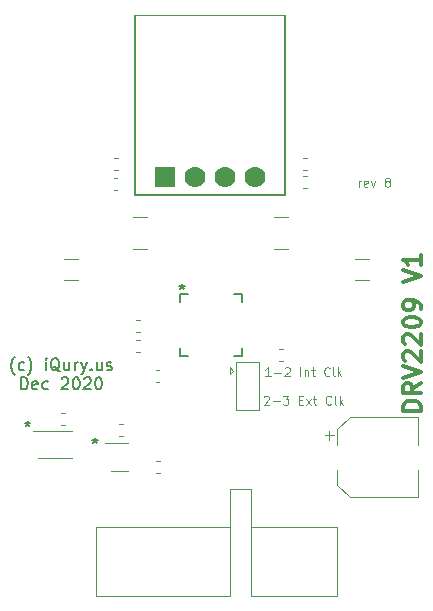
<source format=gto>
G04 #@! TF.GenerationSoftware,KiCad,Pcbnew,5.99.0-unknown-9aa2d7e101~106~ubuntu20.04.1*
G04 #@! TF.CreationDate,2020-12-31T18:47:36-08:00*
G04 #@! TF.ProjectId,TMC2209_Driver,544d4332-3230-4395-9f44-72697665722e,rev?*
G04 #@! TF.SameCoordinates,PX67f3540PY6cb8080*
G04 #@! TF.FileFunction,Legend,Top*
G04 #@! TF.FilePolarity,Positive*
%FSLAX46Y46*%
G04 Gerber Fmt 4.6, Leading zero omitted, Abs format (unit mm)*
G04 Created by KiCad (PCBNEW 5.99.0-unknown-9aa2d7e101~106~ubuntu20.04.1) date 2020-12-31 18:47:36*
%MOMM*%
%LPD*%
G01*
G04 APERTURE LIST*
%ADD10C,0.300000*%
%ADD11C,0.150000*%
%ADD12C,0.100000*%
%ADD13C,0.120000*%
%ADD14C,0.152400*%
%ADD15R,1.778000X1.778000*%
%ADD16C,1.778000*%
G04 APERTURE END LIST*
D10*
X35428571Y15678572D02*
X33928571Y15678572D01*
X33928571Y16035715D01*
X34000000Y16250000D01*
X34142857Y16392858D01*
X34285714Y16464286D01*
X34571428Y16535715D01*
X34785714Y16535715D01*
X35071428Y16464286D01*
X35214285Y16392858D01*
X35357142Y16250000D01*
X35428571Y16035715D01*
X35428571Y15678572D01*
X35428571Y18035715D02*
X34714285Y17535715D01*
X35428571Y17178572D02*
X33928571Y17178572D01*
X33928571Y17750000D01*
X34000000Y17892858D01*
X34071428Y17964286D01*
X34214285Y18035715D01*
X34428571Y18035715D01*
X34571428Y17964286D01*
X34642857Y17892858D01*
X34714285Y17750000D01*
X34714285Y17178572D01*
X33928571Y18464286D02*
X35428571Y18964286D01*
X33928571Y19464286D01*
X34071428Y19892858D02*
X34000000Y19964286D01*
X33928571Y20107143D01*
X33928571Y20464286D01*
X34000000Y20607143D01*
X34071428Y20678572D01*
X34214285Y20750000D01*
X34357142Y20750000D01*
X34571428Y20678572D01*
X35428571Y19821429D01*
X35428571Y20750000D01*
X34071428Y21321429D02*
X34000000Y21392858D01*
X33928571Y21535715D01*
X33928571Y21892858D01*
X34000000Y22035715D01*
X34071428Y22107143D01*
X34214285Y22178572D01*
X34357142Y22178572D01*
X34571428Y22107143D01*
X35428571Y21250000D01*
X35428571Y22178572D01*
X33928571Y23107143D02*
X33928571Y23250000D01*
X34000000Y23392858D01*
X34071428Y23464286D01*
X34214285Y23535715D01*
X34500000Y23607143D01*
X34857142Y23607143D01*
X35142857Y23535715D01*
X35285714Y23464286D01*
X35357142Y23392858D01*
X35428571Y23250000D01*
X35428571Y23107143D01*
X35357142Y22964286D01*
X35285714Y22892858D01*
X35142857Y22821429D01*
X34857142Y22750000D01*
X34500000Y22750000D01*
X34214285Y22821429D01*
X34071428Y22892858D01*
X34000000Y22964286D01*
X33928571Y23107143D01*
X35428571Y24321429D02*
X35428571Y24607143D01*
X35357142Y24750000D01*
X35285714Y24821429D01*
X35071428Y24964286D01*
X34785714Y25035715D01*
X34214285Y25035715D01*
X34071428Y24964286D01*
X34000000Y24892858D01*
X33928571Y24750000D01*
X33928571Y24464286D01*
X34000000Y24321429D01*
X34071428Y24250000D01*
X34214285Y24178572D01*
X34571428Y24178572D01*
X34714285Y24250000D01*
X34785714Y24321429D01*
X34857142Y24464286D01*
X34857142Y24750000D01*
X34785714Y24892858D01*
X34714285Y24964286D01*
X34571428Y25035715D01*
X33928571Y26607143D02*
X35428571Y27107143D01*
X33928571Y27607143D01*
X35428571Y28892858D02*
X35428571Y28035715D01*
X35428571Y28464286D02*
X33928571Y28464286D01*
X34142857Y28321429D01*
X34285714Y28178572D01*
X34357142Y28035715D01*
D11*
X7840000Y13354020D02*
X7840000Y13115924D01*
X7601904Y13211162D02*
X7840000Y13115924D01*
X8078095Y13211162D01*
X7697142Y12925448D02*
X7840000Y13115924D01*
X7982857Y12925448D01*
D12*
X30196428Y34660715D02*
X30196428Y35160715D01*
X30196428Y35017858D02*
X30232142Y35089286D01*
X30267857Y35125000D01*
X30339285Y35160715D01*
X30410714Y35160715D01*
X30946428Y34696429D02*
X30875000Y34660715D01*
X30732142Y34660715D01*
X30660714Y34696429D01*
X30625000Y34767858D01*
X30625000Y35053572D01*
X30660714Y35125000D01*
X30732142Y35160715D01*
X30875000Y35160715D01*
X30946428Y35125000D01*
X30982142Y35053572D01*
X30982142Y34982143D01*
X30625000Y34910715D01*
X31232142Y35160715D02*
X31410714Y34660715D01*
X31589285Y35160715D01*
X32553571Y35089286D02*
X32482142Y35125000D01*
X32446428Y35160715D01*
X32410714Y35232143D01*
X32410714Y35267858D01*
X32446428Y35339286D01*
X32482142Y35375000D01*
X32553571Y35410715D01*
X32696428Y35410715D01*
X32767857Y35375000D01*
X32803571Y35339286D01*
X32839285Y35267858D01*
X32839285Y35232143D01*
X32803571Y35160715D01*
X32767857Y35125000D01*
X32696428Y35089286D01*
X32553571Y35089286D01*
X32482142Y35053572D01*
X32446428Y35017858D01*
X32410714Y34946429D01*
X32410714Y34803572D01*
X32446428Y34732143D01*
X32482142Y34696429D01*
X32553571Y34660715D01*
X32696428Y34660715D01*
X32767857Y34696429D01*
X32803571Y34732143D01*
X32839285Y34803572D01*
X32839285Y34946429D01*
X32803571Y35017858D01*
X32767857Y35053572D01*
X32696428Y35089286D01*
D11*
X2150400Y14801820D02*
X2150400Y14563724D01*
X1912304Y14658962D02*
X2150400Y14563724D01*
X2388495Y14658962D01*
X2007542Y14373248D02*
X2150400Y14563724D01*
X2293257Y14373248D01*
X1042819Y18721667D02*
X995200Y18769286D01*
X899961Y18912143D01*
X852342Y19007381D01*
X804723Y19150239D01*
X757104Y19388334D01*
X757104Y19578810D01*
X804723Y19816905D01*
X852342Y19959762D01*
X899961Y20055000D01*
X995200Y20197858D01*
X1042819Y20245477D01*
X1852342Y19150239D02*
X1757104Y19102620D01*
X1566628Y19102620D01*
X1471390Y19150239D01*
X1423771Y19197858D01*
X1376152Y19293096D01*
X1376152Y19578810D01*
X1423771Y19674048D01*
X1471390Y19721667D01*
X1566628Y19769286D01*
X1757104Y19769286D01*
X1852342Y19721667D01*
X2185676Y18721667D02*
X2233295Y18769286D01*
X2328533Y18912143D01*
X2376152Y19007381D01*
X2423771Y19150239D01*
X2471390Y19388334D01*
X2471390Y19578810D01*
X2423771Y19816905D01*
X2376152Y19959762D01*
X2328533Y20055000D01*
X2233295Y20197858D01*
X2185676Y20245477D01*
X3709485Y19102620D02*
X3709485Y19769286D01*
X3709485Y20102620D02*
X3661866Y20055000D01*
X3709485Y20007381D01*
X3757104Y20055000D01*
X3709485Y20102620D01*
X3709485Y20007381D01*
X4852342Y19007381D02*
X4757104Y19055000D01*
X4661866Y19150239D01*
X4519009Y19293096D01*
X4423771Y19340715D01*
X4328533Y19340715D01*
X4376152Y19102620D02*
X4280914Y19150239D01*
X4185676Y19245477D01*
X4138057Y19435953D01*
X4138057Y19769286D01*
X4185676Y19959762D01*
X4280914Y20055000D01*
X4376152Y20102620D01*
X4566628Y20102620D01*
X4661866Y20055000D01*
X4757104Y19959762D01*
X4804723Y19769286D01*
X4804723Y19435953D01*
X4757104Y19245477D01*
X4661866Y19150239D01*
X4566628Y19102620D01*
X4376152Y19102620D01*
X5661866Y19769286D02*
X5661866Y19102620D01*
X5233295Y19769286D02*
X5233295Y19245477D01*
X5280914Y19150239D01*
X5376152Y19102620D01*
X5519009Y19102620D01*
X5614247Y19150239D01*
X5661866Y19197858D01*
X6138057Y19102620D02*
X6138057Y19769286D01*
X6138057Y19578810D02*
X6185676Y19674048D01*
X6233295Y19721667D01*
X6328533Y19769286D01*
X6423771Y19769286D01*
X6661866Y19769286D02*
X6899961Y19102620D01*
X7138057Y19769286D02*
X6899961Y19102620D01*
X6804723Y18864524D01*
X6757104Y18816905D01*
X6661866Y18769286D01*
X7519009Y19197858D02*
X7566628Y19150239D01*
X7519009Y19102620D01*
X7471390Y19150239D01*
X7519009Y19197858D01*
X7519009Y19102620D01*
X8423771Y19769286D02*
X8423771Y19102620D01*
X7995200Y19769286D02*
X7995200Y19245477D01*
X8042819Y19150239D01*
X8138057Y19102620D01*
X8280914Y19102620D01*
X8376152Y19150239D01*
X8423771Y19197858D01*
X8852342Y19150239D02*
X8947580Y19102620D01*
X9138057Y19102620D01*
X9233295Y19150239D01*
X9280914Y19245477D01*
X9280914Y19293096D01*
X9233295Y19388334D01*
X9138057Y19435953D01*
X8995200Y19435953D01*
X8899961Y19483572D01*
X8852342Y19578810D01*
X8852342Y19626429D01*
X8899961Y19721667D01*
X8995200Y19769286D01*
X9138057Y19769286D01*
X9233295Y19721667D01*
X1590438Y17492620D02*
X1590438Y18492620D01*
X1828533Y18492620D01*
X1971390Y18445000D01*
X2066628Y18349762D01*
X2114247Y18254524D01*
X2161866Y18064048D01*
X2161866Y17921191D01*
X2114247Y17730715D01*
X2066628Y17635477D01*
X1971390Y17540239D01*
X1828533Y17492620D01*
X1590438Y17492620D01*
X2971390Y17540239D02*
X2876152Y17492620D01*
X2685676Y17492620D01*
X2590438Y17540239D01*
X2542819Y17635477D01*
X2542819Y18016429D01*
X2590438Y18111667D01*
X2685676Y18159286D01*
X2876152Y18159286D01*
X2971390Y18111667D01*
X3019009Y18016429D01*
X3019009Y17921191D01*
X2542819Y17825953D01*
X3876152Y17540239D02*
X3780914Y17492620D01*
X3590438Y17492620D01*
X3495200Y17540239D01*
X3447580Y17587858D01*
X3399961Y17683096D01*
X3399961Y17968810D01*
X3447580Y18064048D01*
X3495200Y18111667D01*
X3590438Y18159286D01*
X3780914Y18159286D01*
X3876152Y18111667D01*
X5019009Y18397381D02*
X5066628Y18445000D01*
X5161866Y18492620D01*
X5399961Y18492620D01*
X5495200Y18445000D01*
X5542819Y18397381D01*
X5590438Y18302143D01*
X5590438Y18206905D01*
X5542819Y18064048D01*
X4971390Y17492620D01*
X5590438Y17492620D01*
X6209485Y18492620D02*
X6304723Y18492620D01*
X6399961Y18445000D01*
X6447580Y18397381D01*
X6495200Y18302143D01*
X6542819Y18111667D01*
X6542819Y17873572D01*
X6495200Y17683096D01*
X6447580Y17587858D01*
X6399961Y17540239D01*
X6304723Y17492620D01*
X6209485Y17492620D01*
X6114247Y17540239D01*
X6066628Y17587858D01*
X6019009Y17683096D01*
X5971390Y17873572D01*
X5971390Y18111667D01*
X6019009Y18302143D01*
X6066628Y18397381D01*
X6114247Y18445000D01*
X6209485Y18492620D01*
X6923771Y18397381D02*
X6971390Y18445000D01*
X7066628Y18492620D01*
X7304723Y18492620D01*
X7399961Y18445000D01*
X7447580Y18397381D01*
X7495200Y18302143D01*
X7495200Y18206905D01*
X7447580Y18064048D01*
X6876152Y17492620D01*
X7495200Y17492620D01*
X8114247Y18492620D02*
X8209485Y18492620D01*
X8304723Y18445000D01*
X8352342Y18397381D01*
X8399961Y18302143D01*
X8447580Y18111667D01*
X8447580Y17873572D01*
X8399961Y17683096D01*
X8352342Y17587858D01*
X8304723Y17540239D01*
X8209485Y17492620D01*
X8114247Y17492620D01*
X8019009Y17540239D01*
X7971390Y17587858D01*
X7923771Y17683096D01*
X7876152Y17873572D01*
X7876152Y18111667D01*
X7923771Y18302143D01*
X7971390Y18397381D01*
X8019009Y18445000D01*
X8114247Y18492620D01*
D12*
X22714285Y18618215D02*
X22285714Y18618215D01*
X22500000Y18618215D02*
X22500000Y19368215D01*
X22428571Y19261072D01*
X22357142Y19189643D01*
X22285714Y19153929D01*
X23035714Y18903929D02*
X23607142Y18903929D01*
X23928571Y19296786D02*
X23964285Y19332500D01*
X24035714Y19368215D01*
X24214285Y19368215D01*
X24285714Y19332500D01*
X24321428Y19296786D01*
X24357142Y19225358D01*
X24357142Y19153929D01*
X24321428Y19046786D01*
X23892857Y18618215D01*
X24357142Y18618215D01*
X25250000Y18618215D02*
X25250000Y19368215D01*
X25607142Y19118215D02*
X25607142Y18618215D01*
X25607142Y19046786D02*
X25642857Y19082500D01*
X25714285Y19118215D01*
X25821428Y19118215D01*
X25892857Y19082500D01*
X25928571Y19011072D01*
X25928571Y18618215D01*
X26178571Y19118215D02*
X26464285Y19118215D01*
X26285714Y19368215D02*
X26285714Y18725358D01*
X26321428Y18653929D01*
X26392857Y18618215D01*
X26464285Y18618215D01*
X27714285Y18689643D02*
X27678571Y18653929D01*
X27571428Y18618215D01*
X27500000Y18618215D01*
X27392857Y18653929D01*
X27321428Y18725358D01*
X27285714Y18796786D01*
X27250000Y18939643D01*
X27250000Y19046786D01*
X27285714Y19189643D01*
X27321428Y19261072D01*
X27392857Y19332500D01*
X27500000Y19368215D01*
X27571428Y19368215D01*
X27678571Y19332500D01*
X27714285Y19296786D01*
X28142857Y18618215D02*
X28071428Y18653929D01*
X28035714Y18725358D01*
X28035714Y19368215D01*
X28428571Y18618215D02*
X28428571Y19368215D01*
X28500000Y18903929D02*
X28714285Y18618215D01*
X28714285Y19118215D02*
X28428571Y18832500D01*
X22160714Y16881786D02*
X22196428Y16917500D01*
X22267857Y16953215D01*
X22446428Y16953215D01*
X22517857Y16917500D01*
X22553571Y16881786D01*
X22589285Y16810358D01*
X22589285Y16738929D01*
X22553571Y16631786D01*
X22125000Y16203215D01*
X22589285Y16203215D01*
X22910714Y16488929D02*
X23482142Y16488929D01*
X23767857Y16953215D02*
X24232142Y16953215D01*
X23982142Y16667500D01*
X24089285Y16667500D01*
X24160714Y16631786D01*
X24196428Y16596072D01*
X24232142Y16524643D01*
X24232142Y16346072D01*
X24196428Y16274643D01*
X24160714Y16238929D01*
X24089285Y16203215D01*
X23875000Y16203215D01*
X23803571Y16238929D01*
X23767857Y16274643D01*
X25125000Y16596072D02*
X25375000Y16596072D01*
X25482142Y16203215D02*
X25125000Y16203215D01*
X25125000Y16953215D01*
X25482142Y16953215D01*
X25732142Y16203215D02*
X26125000Y16703215D01*
X25732142Y16703215D02*
X26125000Y16203215D01*
X26303571Y16703215D02*
X26589285Y16703215D01*
X26410714Y16953215D02*
X26410714Y16310358D01*
X26446428Y16238929D01*
X26517857Y16203215D01*
X26589285Y16203215D01*
X27839285Y16274643D02*
X27803571Y16238929D01*
X27696428Y16203215D01*
X27625000Y16203215D01*
X27517857Y16238929D01*
X27446428Y16310358D01*
X27410714Y16381786D01*
X27375000Y16524643D01*
X27375000Y16631786D01*
X27410714Y16774643D01*
X27446428Y16846072D01*
X27517857Y16917500D01*
X27625000Y16953215D01*
X27696428Y16953215D01*
X27803571Y16917500D01*
X27839285Y16881786D01*
X28267857Y16203215D02*
X28196428Y16238929D01*
X28160714Y16310358D01*
X28160714Y16953215D01*
X28553571Y16203215D02*
X28553571Y16953215D01*
X28625000Y16488929D02*
X28839285Y16203215D01*
X28839285Y16703215D02*
X28553571Y16417500D01*
D11*
X15206000Y26409620D02*
X15206000Y26171524D01*
X14967904Y26266762D02*
X15206000Y26171524D01*
X15444095Y26266762D01*
X15063142Y25981048D02*
X15206000Y26171524D01*
X15348857Y25981048D01*
D13*
X21750000Y19800000D02*
X21750000Y15700000D01*
X21750000Y15700000D02*
X19750000Y15700000D01*
X19750000Y15700000D02*
X19750000Y19800000D01*
X19750000Y19800000D02*
X21750000Y19800000D01*
X19550000Y19050000D02*
X19250000Y19350000D01*
X19250000Y19350000D02*
X19250000Y18750000D01*
X19550000Y19050000D02*
X19250000Y18750000D01*
X23425221Y20911000D02*
X23750779Y20911000D01*
X23425221Y19891000D02*
X23750779Y19891000D01*
X12985721Y18113000D02*
X13311279Y18113000D01*
X12985721Y19133000D02*
X13311279Y19133000D01*
X11334721Y22304000D02*
X11660279Y22304000D01*
X11334721Y23324000D02*
X11660279Y23324000D01*
X11360221Y20653000D02*
X11685779Y20653000D01*
X11360221Y21673000D02*
X11685779Y21673000D01*
X6410064Y26730000D02*
X5205936Y26730000D01*
X6410064Y28550000D02*
X5205936Y28550000D01*
X29843936Y26730000D02*
X31048064Y26730000D01*
X29843936Y28550000D02*
X31048064Y28550000D01*
X28352800Y5814800D02*
X28352800Y14800D01*
X21052800Y5814800D02*
X21052800Y14800D01*
X19252800Y9014800D02*
X21052800Y9014800D01*
X19252800Y14800D02*
X7952800Y14800D01*
X19252800Y5814800D02*
X19252800Y9014800D01*
X7952800Y5814800D02*
X19252800Y5814800D01*
X7952800Y14800D02*
X7952800Y5814800D01*
X19252800Y5814800D02*
X19252800Y14800D01*
X21052800Y14800D02*
X28352800Y14800D01*
X21052800Y9014800D02*
X21052800Y5814800D01*
X28352800Y5814800D02*
X21052800Y5814800D01*
D12*
X23969000Y49147800D02*
X11269000Y49147800D01*
D11*
X11269000Y49153800D02*
X11269000Y33913800D01*
X23969000Y49153800D02*
X23969000Y33913800D01*
X23969000Y33913800D02*
X11269000Y33913800D01*
D13*
X13036721Y10366000D02*
X13362279Y10366000D01*
X13036721Y11386000D02*
X13362279Y11386000D01*
D14*
X15053600Y20995860D02*
X15053600Y20312100D01*
X15053600Y25569900D02*
X15053600Y24886140D01*
X19627640Y20312100D02*
X20311400Y20312100D01*
X15053600Y20312100D02*
X15737360Y20312100D01*
X15737360Y25569900D02*
X15053600Y25569900D01*
X20311400Y25569900D02*
X19627640Y25569900D01*
X20311400Y24886140D02*
X20311400Y25569900D01*
X20311400Y20312100D02*
X20311400Y20995860D01*
D13*
X25782779Y37040000D02*
X25457221Y37040000D01*
X25782779Y36020000D02*
X25457221Y36020000D01*
X25782779Y35516000D02*
X25457221Y35516000D01*
X25782779Y34496000D02*
X25457221Y34496000D01*
X9455221Y36020000D02*
X9780779Y36020000D01*
X9455221Y37040000D02*
X9780779Y37040000D01*
X24193064Y29378800D02*
X22988936Y29378800D01*
X24193064Y32098800D02*
X22988936Y32098800D01*
X11047936Y29353400D02*
X12252064Y29353400D01*
X11047936Y32073400D02*
X12252064Y32073400D01*
X9429721Y35389000D02*
X9755279Y35389000D01*
X9429721Y34369000D02*
X9755279Y34369000D01*
X9235500Y10605000D02*
X10635500Y10605000D01*
X10635500Y12925000D02*
X8735500Y12925000D01*
X10225279Y14561000D02*
X9899721Y14561000D01*
X10225279Y13541000D02*
X9899721Y13541000D01*
X5284979Y14455400D02*
X4959421Y14455400D01*
X5284979Y15475400D02*
X4959421Y15475400D01*
X28340000Y14095563D02*
X29404437Y15160000D01*
X35160000Y8340000D02*
X35160000Y10690000D01*
X35160000Y15160000D02*
X35160000Y12810000D01*
X28340000Y14095563D02*
X28340000Y12810000D01*
X29404437Y15160000D02*
X35160000Y15160000D01*
X28340000Y9404437D02*
X28340000Y10690000D01*
X29404437Y8340000D02*
X35160000Y8340000D01*
X27312500Y13597500D02*
X28100000Y13597500D01*
X28340000Y9404437D02*
X29404437Y8340000D01*
X27706250Y13991250D02*
X27706250Y13203750D01*
X2986400Y11711800D02*
X5886400Y11711800D01*
X2626400Y13951800D02*
X5886400Y13951800D01*
D15*
X13809000Y35437800D03*
D16*
X16349000Y35437800D03*
X18889000Y35437800D03*
X21429000Y35437800D03*
M02*

</source>
